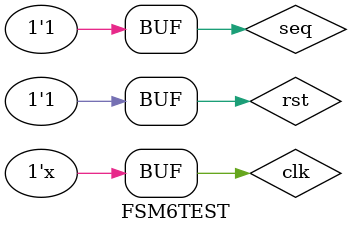
<source format=v>
`timescale 1ns / 1ps


//20L118 HARIHARAN R R
module FSM6TEST;

	// Inputs
	reg seq;
	reg clk;
	reg rst;

	// Outputs
	wire dout;

	// Instantiate the Unit Under Test (UUT)
	FSM6 uut (
		.seq(seq), 
		.clk(clk), 
		.rst(rst), 
		.dout(dout)
	);

	initial begin
		// Initialize Inputs
		seq = 0;
		clk = 0;
		rst = 0;
		end
		always #100 clk=~clk;
		initial begin
		// Wait 100 ns for global reset to finish
		#10 rst=1'b0;seq=1'b0;
		#100 rst=1'b0;seq=1'b1;
		#20 rst=1'b1;seq=1'b0;
		#20 rst=1'b1;seq=1'b1;
        
		// Add stimulus here

	end
      
endmodule


</source>
